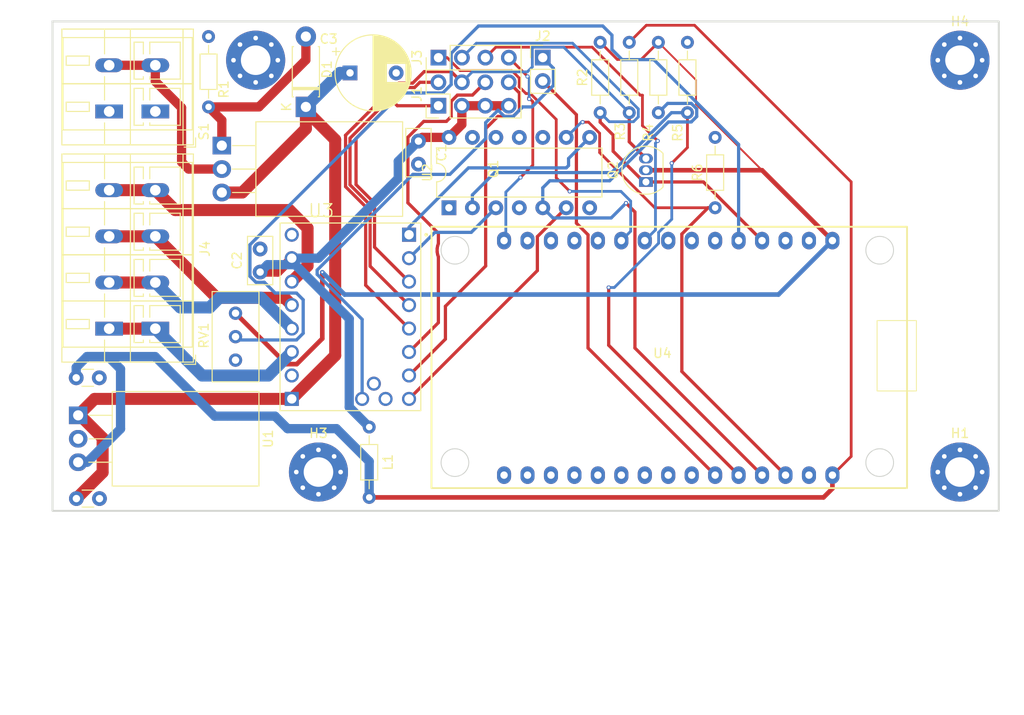
<source format=kicad_pcb>
(kicad_pcb (version 20240108) (generator "pcbnew") (generator_version "8.0")
  (layers (0 "F.Cu" signal) (1 "In1.Cu" power) (2 "In2.Cu" power) (31 "B.Cu" signal) (34 "B.Paste" user) (35 "F.Paste" user) (36 "B.SilkS" user "B.Silkscreen") (37 "F.SilkS" user "F.Silkscreen") (38 "B.Mask" user) (39 "F.Mask" user) (44 "Edge.Cuts" user))
  (net 0 "")
  (net 1 "GND")
  (net 2 "DRV_5V")
  (net 3 "Net-(D1-A)")
  (net 4 "+24V")
  (net 5 "/DRIVER_CS")
  (net 6 "/DRIVER_SCK")
  (net 7 "/DRIVER_MISO")
  (net 8 "/DRIVER_MOSI")
  (net 9 "/DRIVER_SLP")
  (net 10 "/DRIVER_DIAG")
  (net 11 "/MCU_STOP")
  (net 12 "/MOT_B2")
  (net 13 "/MOT_A1")
  (net 14 "/MOT_A2")
  (net 15 "/MOT_B1")
  (net 16 "+5V")
  (net 17 "Net-(Q1-D)")
  (net 18 "+3.3V")
  (net 19 "/SPI_CS")
  (net 20 "/MCU_EN")
  (net 21 "/MCU_STEP")
  (net 22 "/MCU_DIR")
  (net 23 "/MCU_POT")
  (net 25 "/DRIVER_EN")
  (net 27 "/DRIVER_STEP")
  (net 28 "/DRIVER_DIR")
  (net 43 "/SPI_MOSI")
  (net 44 "/SPI_MISO")
  (net 47 "/SPI_CLK")
  (footprint "Resistor_THT:R_Axial_DIN0204_L3.6mm_D1.6mm_P7.62mm_Horizontal" (layer "F.Cu") (at 201.925 60.696 90)
    (property "Reference" "R2")
    (property "Value" "10K")
  )
  (footprint "MountingHole:MountingHole_3.2mm_M3_Pad_Via" (layer "F.Cu") (at 171.41554 99.614187)
    (property "Reference" "H3")
    (property "Value" "MountingHole_Pad")
  )
  (footprint "Capacitor_THT:C_Disc_D5.0mm_W2.5mm_P2.50mm" (layer "F.Cu") (at 165.1 77.958 90)
    (property "Reference" "C2")
    (property "Value" "C")
  )
  (footprint "Package_TO_SOT_THT:TO-220-3_Horizontal_TabDown" (layer "F.Cu") (at 145.392 93.472 -90)
    (property "Reference" "U1")
    (property "Value" "L7805")
  )
  (footprint "TerminalBlock_WAGO:TerminalBlock_WAGO_236-404_1x04_P5.00mm_45Degree" (layer "F.Cu") (at 148.749 84.088 90)
    (property "Reference" "J4")
    (property "Value" "Screw_Terminal_01x04")
  )
  (footprint "Resistor_THT:R_Axial_DIN0204_L3.6mm_D1.6mm_P7.62mm_Horizontal" (layer "F.Cu") (at 211.375 60.696 90)
    (property "Reference" "R5")
    (property "Value" "1K")
  )
  (footprint "MountingHole:MountingHole_3.2mm_M3_Pad_Via" (layer "F.Cu") (at 240.88954 55.014187)
    (property "Reference" "H4")
    (property "Value" "MountingHole_Pad")
  )
  (footprint "Package_TO_SOT_THT:TO-220-3_Horizontal_TabDown" (layer "F.Cu") (at 160.95 64.262 -90)
    (property "Reference" "Q1")
    (property "Value" "IRF5305-Reverse-Polarity")
  )
  (footprint "TerminalBlock_WAGO:TerminalBlock_WAGO_236-402_1x02_P5.00mm_45Degree" (layer "F.Cu") (at 148.749 60.562 90)
    (property "Reference" "S1")
    (property "Value" "Generic-Switch")
  )
  (footprint "Package_DIP:DIP-14_W7.62mm" (layer "F.Cu") (at 185.547 70.993 90)
    (property "Reference" "U2")
    (property "Value" "74LS125")
  )
  (footprint "privateParts:ESP32_30pin" (layer "F.Cu") (at 209.056187 87.02146)
    (property "Reference" "U4")
    (property "Value" "~")
    (fp_circle (center -22.86 -11.43) (end -21.36 -11.43) (stroke (width 0.1)) (fill none) (layer "Edge.Cuts"))
    (fp_circle (center -22.86 11.57) (end -21.36 11.57) (stroke (width 0.1)) (fill none) (layer "Edge.Cuts"))
    (fp_circle (center 23.14 -11.43) (end 24.64 -11.43) (stroke (width 0.1)) (fill none) (layer "Edge.Cuts"))
    (fp_circle (center 23.14 11.57) (end 24.64 11.57) (stroke (width 0.1)) (fill none) (layer "Edge.Cuts"))
  )
  (footprint "Capacitor_THT:C_Disc_D5.0mm_W2.5mm_P2.50mm" (layer "F.Cu") (at 182.245 63.774 -90)
    (property "Reference" "C1")
    (property "Value" "C")
  )
  (footprint "Resistor_THT:R_Axial_DIN0204_L3.6mm_D1.6mm_P7.62mm_Horizontal" (layer "F.Cu") (at 214.376 70.993 90)
    (property "Reference" "R6")
    (property "Value" "1K")
  )
  (footprint "Connector_PinHeader_2.54mm:PinHeader_1x04_P2.54mm_Vertical" (layer "F.Cu") (at 184.414 54.737 90)
    (property "Reference" "J3")
    (property "Value" "Conn_01x04_Pin")
  )
  (footprint "Capacitor_THT:C_Disc_D3.0mm_W1.6mm_P2.50mm" (layer "F.Cu") (at 145.201 102.489)
    (property "Reference" "Murata-Ceramic-Capacitor-50v1-22uF1" (hide yes))
    (property "Value" "C")
  )
  (footprint "Connector_PinHeader_2.54mm:PinHeader_1x02_P2.54mm_Vertical" (layer "F.Cu") (at 195.707 54.732)
    (property "Reference" "J2")
    (property "Value" "Conn_01x02_Pin")
  )
  (footprint "Capacitor_THT:C_Disc_D3.0mm_W1.6mm_P2.50mm" (layer "F.Cu") (at 145.181 89.408)
    (property "Reference" "Murata-Ceramic-Capacitor-50v1-22uF2" (hide yes))
    (property "Value" "C")
  )
  (footprint "Capacitor_THT:CP_Radial_D8.0mm_P5.00mm" (layer "F.Cu") (at 174.832 56.388)
    (property "Reference" "C3")
    (property "Value" "C_Polarized")
  )
  (footprint "MountingHole:MountingHole_3.2mm_M3_Pad_Via" (layer "F.Cu") (at 164.61554 55.014187)
    (property "Reference" "H2" (hide yes))
    (property "Value" "MountingHole_Pad")
  )
  (footprint "MountingHole:MountingHole_3.2mm_M3_Pad_Via" (layer "F.Cu") (at 240.88954 99.614187)
    (property "Reference" "H1")
    (property "Value" "MountingHole_Pad")
  )
  (footprint "Resistor_THT:R_Axial_DIN0204_L3.6mm_D1.6mm_P7.62mm_Horizontal" (layer "F.Cu") (at 159.512 60.071 90)
    (property "Reference" "R1")
    (property "Value" "100K")
  )
  (footprint "Resistor_THT:R_Axial_DIN0204_L3.6mm_D1.6mm_P7.62mm_Horizontal" (layer "F.Cu") (at 205.075 60.696 90)
    (property "Reference" "R3")
    (property "Value" "10K")
  )
  (footprint "Diode_THT:D_DO-41_SOD81_P7.62mm_Horizontal" (layer "F.Cu") (at 170.053 60.071 90)
    (property "Reference" "D1")
    (property "Value" "D_Zener-10V")
  )
  (footprint "Resistor_THT:R_Axial_DIN0204_L3.6mm_D1.6mm_P7.62mm_Horizontal" (layer "F.Cu") (at 208.225 60.696 90)
    (property "Reference" "R4")
    (property "Value" "1K")
  )
  (footprint "Resistor_THT:R_Axial_DIN0204_L3.6mm_D1.6mm_P7.62mm_Horizontal" (layer "F.Cu") (at 176.911 102.362 90)
    (property "Reference" "L1")
    (property "Value" "L")
  )
  (footprint "Package_TO_SOT_THT:TO-92_Inline" (layer "F.Cu") (at 206.883 68.199 90)
    (property "Reference" "Q2")
    (property "Value" "2N7000")
  )
  (footprint "Potentiometer_THT:Potentiometer_Bourns_3296W_Vertical" (layer "F.Cu") (at 162.433 82.413 90)
    (property "Reference" "RV1")
    (property "Value" "R_Potentiometer_Trim_US")
  )
  (footprint "Connector_PinHeader_2.54mm:PinHeader_2x04_P2.54mm_Vertical" (layer "F.Cu") (at 184.404 59.944 90)
    (property "Reference" "J1")
    (property "Value" "Conn_02x04_Odd_Even")
  )
  (footprint "privateParts:MODULE_TMC5160_SILENTSTEPSTICK" (layer "F.Cu") (at 174.8755 82.804)
    (property "Reference" "U3")
    (property "Value" "~")
  )
  (gr_rect (start 142.61554 50.814187) (end 245.08954 103.814187) (stroke (width 0.2)) (fill none) (layer "Edge.Cuts"))
  (segment (start 186.944 61.976) (end 186.944 59.944) (width 1) (layer "F.Cu") (net 2))
  (segment (start 185.547 63.373) (end 182.646 63.373) (width 1) (layer "F.Cu") (net 2))
  (segment (start 182.646 63.373) (end 182.245 63.774) (width 1) (layer "F.Cu") (net 2))
  (segment (start 185.547 63.373) (end 186.944 61.976) (width 1) (layer "F.Cu") (net 2))
  (segment (start 167.0215 77.958) (end 168.5255 76.454) (width 1) (layer "F.Cu") (net 2))
  (segment (start 165.1 77.958) (end 167.0215 77.958) (width 1) (layer "F.Cu") (net 2))
  (segment (start 186.944 59.944) (end 192.024 59.944) (width 1) (layer "F.Cu") (net 2))
  (segment (start 174.750293 83.009791) (end 174.750293 92.581293) (width 1) (layer "B.Cu") (net 2))
  (segment (start 171.422823 76.454) (end 168.5255 76.454) (width 1) (layer "B.Cu") (net 2))
  (segment (start 165.899999 77.158001) (end 168.898503 77.158001) (width 1) (layer "B.Cu") (net 2))
  (segment (start 165.1 77.958) (end 165.899999 77.158001) (width 1) (layer "B.Cu") (net 2))
  (segment (start 174.750293 92.581293) (end 176.911 94.742) (width 1) (layer "B.Cu") (net 2))
  (segment (start 180.06 65.959) (end 180.06 67.816823) (width 1) (layer "B.Cu") (net 2))
  (segment (start 180.06 67.816823) (end 171.422823 76.454) (width 1) (layer "B.Cu") (net 2))
  (segment (start 168.898503 77.158001) (end 174.750293 83.009791) (width 1) (layer "B.Cu") (net 2))
  (segment (start 182.245 63.774) (end 180.06 65.959) (width 1) (layer "B.Cu") (net 2))
  (segment (start 170.053 54.986094) (end 164.968094 60.071) (width 1) (layer "F.Cu") (net 3))
  (segment (start 170.053 52.451) (end 170.053 54.986094) (width 1) (layer "F.Cu") (net 3))
  (segment (start 164.968094 60.071) (end 159.512 60.071) (width 1) (layer "F.Cu") (net 3))
  (segment (start 160.95 64.262) (end 160.95 61.509) (width 1) (layer "F.Cu") (net 3))
  (segment (start 160.95 61.509) (end 159.512 60.071) (width 1) (layer "F.Cu") (net 3))
  (segment (start 160.95 69.342) (end 163.155 69.342) (width 1.3) (layer "F.Cu") (net 4))
  (segment (start 170.053 60.452) (end 170.053 60.071) (width 1.3) (layer "F.Cu") (net 4))
  (segment (start 168.5255 91.694) (end 173.228 86.9915) (width 1.3) (layer "F.Cu") (net 4))
  (segment (start 147.17 91.694) (end 168.5255 91.694) (width 1.3) (layer "F.Cu") (net 4))
  (segment (start 148.042 99.648) (end 148.042 95.923959) (width 1.3) (layer "F.Cu") (net 4))
  (segment (start 148.042 95.923959) (end 145.590041 93.472) (width 1.3) (layer "F.Cu") (net 4))
  (segment (start 145.590041 93.472) (end 145.392 93.472) (width 1.3) (layer "F.Cu") (net 4))
  (segment (start 170.053 62.444) (end 170.053 60.071) (width 1.3) (layer "F.Cu") (net 4))
  (segment (start 173.228 63.627) (end 170.053 60.452) (width 1.3) (layer "F.Cu") (net 4))
  (segment (start 145.392 93.472) (end 147.17 91.694) (width 1.3) (layer "F.Cu") (net 4))
  (segment (start 145.201 102.489) (end 148.042 99.648) (width 1.3) (layer "F.Cu") (net 4))
  (segment (start 173.228 86.9915) (end 173.228 63.627) (width 1.3) (layer "F.Cu") (net 4))
  (segment (start 163.155 69.342) (end 170.053 62.444) (width 1.3) (layer "F.Cu") (net 4))
  (segment (start 173.736 56.388) (end 170.053 60.071) (width 1.3) (layer "B.Cu") (net 4))
  (segment (start 174.832 56.388) (end 173.736 56.388) (width 1.3) (layer "B.Cu") (net 4))
  (segment (start 205.075 60.696) (end 205.075 63.851) (width 0.34925) (layer "F.Cu") (net 5))
  (segment (start 174.352625 68.709298) (end 174.352625 63.161165) (width 0.34925) (layer "F.Cu") (net 5))
  (segment (start 178.308 59.309) (end 180.124375 57.492625) (width 0.34925) (layer "F.Cu") (net 5))
  (segment (start 178.181 59.309) (end 178.308 59.309) (width 0.34925) (layer "F.Cu") (net 5))
  (segment (start 176.53 70.886673) (end 174.352625 68.709298) (width 0.34925) (layer "F.Cu") (net 5))
  (segment (start 181.2255 84.074) (end 176.53 79.3785) (width 0.34925) (layer "F.Cu") (net 5))
  (segment (start 185.789375 56.249375) (end 186.944 57.404) (width 0.34925) (layer "F.Cu") (net 5))
  (segment (start 181.625125 57.492625) (end 182.868375 56.249375) (width 0.34925) (layer "F.Cu") (net 5))
  (segment (start 176.53 79.3785) (end 176.53 70.886673) (width 0.34925) (layer "F.Cu") (net 5))
  (segment (start 174.34073 63.14927) (end 178.181 59.309) (width 0.34925) (layer "F.Cu") (net 5))
  (segment (start 174.352625 63.161165) (end 174.34073 63.14927) (width 0.34925) (layer "F.Cu") (net 5))
  (segment (start 205.075 63.851) (end 206.883 65.659) (width 0.34925) (layer "F.Cu") (net 5))
  (segment (start 180.124375 57.492625) (end 181.625125 57.492625) (width 0.34925) (layer "F.Cu") (net 5))
  (segment (start 182.868375 56.249375) (end 185.789375 56.249375) (width 0.34925) (layer "F.Cu") (net 5))
  (segment (start 194.577 53.602) (end 194.577 55.74) (width 0.3) (layer "B.Cu") (net 5))
  (segment (start 194.043 56.274) (end 188.074 56.274) (width 0.3) (layer "B.Cu") (net 5))
  (segment (start 188.074 56.274) (end 186.944 57.404) (width 0.3) (layer "B.Cu") (net 5))
  (segment (start 197.981 53.602) (end 194.577 53.602) (width 0.3) (layer "B.Cu") (net 5))
  (segment (start 205.075 60.696) (end 197.981 53.602) (width 0.3) (layer "B.Cu") (net 5))
  (segment (start 194.577 55.74) (end 194.043 56.274) (width 0.3) (layer "B.Cu") (net 5))
  (segment (start 181.102 63.354824) (end 182.814111 61.642713) (width 0.34925) (layer "F.Cu") (net 6))
  (segment (start 181.2255 86.614) (end 184.404 83.4355) (width 0.34925) (layer "F.Cu") (net 6))
  (segment (start 185.789375 61.122262) (end 185.789375 59.465738) (width 0.34925) (layer "F.Cu") (net 6))
  (segment (start 184.321688 75.116777) (end 184.404 74.877009) (width 0.34925) (layer "F.Cu") (net 6))
  (segment (start 181.102 70.457875) (end 181.102 63.354824) (width 0.34925) (layer "F.Cu") (net 6))
  (segment (start 184.404 83.4355) (end 184.404 76.305911) (width 0.34925) (layer "F.Cu") (net 6))
  (segment (start 188.098625 58.789375) (end 189.484 57.404) (width 0.34925) (layer "F.Cu") (net 6))
  (segment (start 182.814111 61.642713) (end 185.268924 61.642713) (width 0.34925) (layer "F.Cu") (net 6))
  (segment (start 184.321688 76.066143) (end 184.269124 75.751144) (width 0.34925) (layer "F.Cu") (net 6))
  (segment (start 185.268924 61.642713) (end 185.789375 61.122262) (width 0.34925) (layer "F.Cu") (net 6))
  (segment (start 184.404 74.877009) (end 184.404 73.759875) (width 0.34925) (layer "F.Cu") (net 6))
  (segment (start 184.269124 75.431776) (end 184.321688 75.116777) (width 0.34925) (layer "F.Cu") (net 6))
  (segment (start 184.269124 75.751144) (end 184.269124 75.431776) (width 0.34925) (layer "F.Cu") (net 6))
  (segment (start 185.789375 59.465738) (end 186.465738 58.789375) (width 0.34925) (layer "F.Cu") (net 6))
  (segment (start 186.465738 58.789375) (end 188.098625 58.789375) (width 0.34925) (layer "F.Cu") (net 6))
  (segment (start 184.404 73.759875) (end 181.102 70.457875) (width 0.34925) (layer "F.Cu") (net 6))
  (segment (start 184.404 76.305911) (end 184.321688 76.066143) (width 0.34925) (layer "F.Cu") (net 6))
  (segment (start 182.391512 57.404) (end 184.404 57.404) (width 0.34925) (layer "F.Cu") (net 7))
  (segment (start 181.823637 57.971875) (end 182.391512 57.404) (width 0.34925) (layer "F.Cu") (net 7))
  (segment (start 174.831875 63.462887) (end 180.322887 57.971875) (width 0.34925) (layer "F.Cu") (net 7))
  (segment (start 181.2255 81.534) (end 177.00925 77.31775) (width 0.34925) (layer "F.Cu") (net 7))
  (segment (start 174.831875 68.510786) (end 174.831875 63.462887) (width 0.34925) (layer "F.Cu") (net 7))
  (segment (start 177.00925 77.31775) (end 177.00925 70.688161) (width 0.34925) (layer "F.Cu") (net 7))
  (segment (start 180.322887 57.971875) (end 181.823637 57.971875) (width 0.34925) (layer "F.Cu") (net 7))
  (segment (start 177.00925 70.688161) (end 174.831875 68.510786) (width 0.34925) (layer "F.Cu") (net 7))
  (segment (start 193.178625 60.422262) (end 193.178625 58.558625) (width 0.34925) (layer "F.Cu") (net 8))
  (segment (start 189.522375 62.421988) (end 190.845738 61.098625) (width 0.34925) (layer "F.Cu") (net 8))
  (segment (start 189.522375 77.304625) (end 189.522375 62.421988) (width 0.34925) (layer "F.Cu") (net 8))
  (segment (start 185.166 85.2135) (end 185.166 81.661) (width 0.34925) (layer "F.Cu") (net 8))
  (segment (start 193.178625 58.558625) (end 192.024 57.404) (width 0.34925) (layer "F.Cu") (net 8))
  (segment (start 185.166 81.661) (end 189.522375 77.304625) (width 0.34925) (layer "F.Cu") (net 8))
  (segment (start 181.2255 89.154) (end 185.166 85.2135) (width 0.34925) (layer "F.Cu") (net 8))
  (segment (start 190.845738 61.098625) (end 192.502262 61.098625) (width 0.34925) (layer "F.Cu") (net 8))
  (segment (start 192.502262 61.098625) (end 193.178625 60.422262) (width 0.34925) (layer "F.Cu") (net 8))
  (segment (start 175.485375 68.486524) (end 175.485375 63.487149) (width 0.34925) (layer "F.Cu") (net 9))
  (segment (start 179.959 59.944) (end 184.404 59.944) (width 0.34925) (layer "F.Cu") (net 9))
  (segment (start 177.4885 70.489649) (end 175.485375 68.486524) (width 0.34925) (layer "F.Cu") (net 9))
  (segment (start 179.493762 59.478762) (end 179.959 59.944) (width 0.34925) (layer "F.Cu") (net 9))
  (segment (start 177.4885 75.257) (end 177.4885 70.489649) (width 0.34925) (layer "F.Cu") (net 9))
  (segment (start 181.2255 78.994) (end 177.4885 75.257) (width 0.34925) (layer "F.Cu") (net 9))
  (segment (start 175.485375 63.487149) (end 179.493762 59.478762) (width 0.34925) (layer "F.Cu") (net 9))
  (segment (start 171.276375 77.73836) (end 181.63611 67.378625) (width 0.34925) (layer "B.Cu") (net 10))
  (segment (start 194.540887 60.071) (end 196.861625 57.750262) (width 0.34925) (layer "B.Cu") (net 10))
  (segment (start 189.522375 63.499801) (end 189.522375 61.769262) (width 0.34925) (layer "B.Cu") (net 10))
  (segment (start 193.529887 60.071) (end 194.540887 60.071) (width 0.34925) (layer "B.Cu") (net 10))
  (segment (start 192.502262 61.098625) (end 193.529887 60.071) (width 0.34925) (layer "B.Cu") (net 10))
  (segment (start 176.1455 91.694) (end 176.1455 83.076858) (width 0.34925) (layer "B.Cu") (net 10))
  (segment (start 171.276375 78.207733) (end 171.276375 77.73836) (width 0.34925) (layer "B.Cu") (net 10))
  (segment (start 196.861625 57.750262) (end 196.861625 55.886625) (width 0.34925) (layer "B.Cu") (net 10))
  (segment (start 185.643551 67.378625) (end 189.522375 63.499801) (width 0.34925) (layer "B.Cu") (net 10))
  (segment (start 181.63611 67.378625) (end 185.643551 67.378625) (width 0.34925) (layer "B.Cu") (net 10))
  (segment (start 191.545738 61.098625) (end 192.502262 61.098625) (width 0.34925) (layer "B.Cu") (net 10))
  (segment (start 196.861625 55.886625) (end 195.707 54.732) (width 0.34925) (layer "B.Cu") (net 10))
  (segment (start 176.1455 83.076858) (end 171.276375 78.207733) (width 0.34925) (layer "B.Cu") (net 10))
  (segment (start 190.869375 60.422262) (end 191.545738 61.098625) (width 0.34925) (layer "B.Cu") (net 10))
  (segment (start 189.522375 61.769262) (end 190.869375 60.422262) (width 0.34925) (layer "B.Cu") (net 10))
  (segment (start 199.351625 60.916625) (end 199.351625 72.661439) (width 0.34925) (layer "F.Cu") (net 11))
  (segment (start 199.351625 72.661439) (end 200.609375 73.919189) (width 0.34925) (layer "F.Cu") (net 11))
  (segment (start 200.609375 86.182375) (end 214.376 99.949) (width 0.34925) (layer "F.Cu") (net 11))
  (segment (start 200.609375 73.919189) (end 200.609375 86.182375) (width 0.34925) (layer "F.Cu") (net 11))
  (segment (start 195.707 57.272) (end 199.351625 60.916625) (width 0.34925) (layer "F.Cu") (net 11))
  (segment (start 148.749 79.088) (end 153.749 79.088) (width 1.3) (layer "F.Cu") (net 12))
  (segment (start 159.639 81.788) (end 156.449 81.788) (width 1.3) (layer "B.Cu") (net 12))
  (segment (start 165.1945 80.743) (end 160.684 80.743) (width 1.3) (layer "B.Cu") (net 12))
  (segment (start 168.5255 84.074) (end 165.1945 80.743) (width 1.3) (layer "B.Cu") (net 12))
  (segment (start 156.449 81.788) (end 153.749 79.088) (width 1.3) (layer "B.Cu") (net 12))
  (segment (start 160.684 80.743) (end 159.639 81.788) (width 1.3) (layer "B.Cu") (net 12))
  (segment (start 170.2375 77.282) (end 170.2375 73.204866) (width 1.3) (layer "F.Cu") (net 13))
  (segment (start 148.749 69.088) (end 153.749 69.088) (width 1.3) (layer "F.Cu") (net 13))
  (segment (start 168.277134 71.2445) (end 155.9055 71.2445) (width 1.3) (layer "F.Cu") (net 13))
  (segment (start 155.9055 71.2445) (end 153.749 69.088) (width 1.3) (layer "F.Cu") (net 13))
  (segment (start 168.5255 78.994) (end 170.2375 77.282) (width 1.3) (layer "F.Cu") (net 13))
  (segment (start 170.2375 73.204866) (end 168.277134 71.2445) (width 1.3) (layer "F.Cu") (net 13))
  (segment (start 160.404 80.743) (end 153.749 74.088) (width 1.3) (layer "F.Cu") (net 14))
  (segment (start 148.749 74.088) (end 153.749 74.088) (width 1.3) (layer "F.Cu") (net 14))
  (segment (start 167.7345 80.743) (end 160.404 80.743) (width 1.3) (layer "F.Cu") (net 14))
  (segment (start 168.5255 81.534) (end 167.7345 80.743) (width 1.3) (layer "F.Cu") (net 14))
  (segment (start 148.749 84.088) (end 153.749 84.088) (width 1.3) (layer "F.Cu") (net 15))
  (segment (start 165.9765 89.163) (end 158.824 89.163) (width 1.3) (layer "B.Cu") (net 15))
  (segment (start 168.5255 86.614) (end 165.9765 89.163) (width 1.3) (layer "B.Cu") (net 15))
  (segment (start 158.824 89.163) (end 153.749 84.088) (width 1.3) (layer "B.Cu") (net 15))
  (segment (start 206.925 51.226) (end 212.141296 51.226) (width 0.3) (layer "F.Cu") (net 16))
  (segment (start 212.141296 51.226) (end 229.108 68.192704) (width 0.3) (layer "F.Cu") (net 16))
  (segment (start 229.108 68.192704) (end 229.108 97.917) (width 0.3) (layer "F.Cu") (net 16))
  (segment (start 227.076 101.399) (end 226.113 102.362) (width 0.5) (layer "F.Cu") (net 16))
  (segment (start 226.113 102.362) (end 176.911 102.362) (width 0.5) (layer "F.Cu") (net 16))
  (segment (start 227.076 99.949) (end 227.076 101.399) (width 0.5) (layer "F.Cu") (net 16))
  (segment (start 205.075 53.076) (end 206.925 51.226) (width 0.3) (layer "F.Cu") (net 16))
  (segment (start 229.108 97.917) (end 227.076 99.949) (width 0.3) (layer "F.Cu") (net 16))
  (segment (start 173.362344 94.914187) (end 176.911 98.462843) (width 1) (layer "B.Cu") (net 16))
  (segment (start 146.367859 98.552) (end 149.981 94.938859) (width 1) (layer "B.Cu") (net 16))
  (segment (start 148.633692 87.108) (end 146.34963 87.108) (width 1) (layer "B.Cu") (net 16))
  (segment (start 145.181 88.27663) (end 146.34963 87.108) (width 1) (layer "B.Cu") (net 16))
  (segment (start 166.714 93.562) (end 168.066187 94.914187) (width 1) (layer "B.Cu") (net 16))
  (segment (start 149.981 94.938859) (end 149.981 88.455308) (width 1) (layer "B.Cu") (net 16))
  (segment (start 149.981 88.455308) (end 148.633692 87.108) (width 1) (layer "B.Cu") (net 16))
  (segment (start 153.72844 87.108) (end 160.18244 93.562) (width 1) (layer "B.Cu") (net 16))
  (segment (start 145.392 98.552) (end 146.367859 98.552) (width 1) (layer "B.Cu") (net 16))
  (segment (start 176.911 98.462843) (end 176.911 102.362) (width 1) (layer "B.Cu") (net 16))
  (segment (start 145.181 89.408) (end 145.181 88.27663) (width 1) (layer "B.Cu") (net 16))
  (segment (start 160.18244 93.562) (end 166.714 93.562) (width 1) (layer "B.Cu") (net 16))
  (segment (start 146.34963 87.108) (end 153.72844 87.108) (width 1) (layer "B.Cu") (net 16))
  (segment (start 168.066187 94.914187) (end 173.362344 94.914187) (width 1) (layer "B.Cu") (net 16))
  (segment (start 156.591 60.154) (end 156.591 66.04) (width 1) (layer "F.Cu") (net 17))
  (segment (start 148.749 55.562) (end 153.749 55.562) (width 1) (layer "F.Cu") (net 17))
  (segment (start 153.749 57.312) (end 156.591 60.154) (width 1) (layer "F.Cu") (net 17))
  (segment (start 153.749 55.562) (end 153.749 57.312) (width 1) (layer "F.Cu") (net 17))
  (segment (start 156.591 66.04) (end 157.353 66.802) (width 1) (layer "F.Cu") (net 17))
  (segment (start 157.353 66.802) (end 160.95 66.802) (width 1) (layer "F.Cu") (net 17))
  (segment (start 162.433 82.413) (end 167.946 87.926) (width 0.5) (layer "F.Cu") (net 18))
  (segment (start 212.305 57.156) (end 212.305 59.778) (width 0.2) (layer "F.Cu") (net 18))
  (segment (start 203.775 54.926) (end 206.375 54.926) (width 0.3) (layer "F.Cu") (net 18))
  (segment (start 171.831 85.163949) (end 171.831 77.978) (width 0.5) (layer "F.Cu") (net 18))
  (segment (start 169.068949 87.926) (end 171.831 85.163949) (width 0.5) (layer "F.Cu") (net 18))
  (segment (start 227.076 74.549) (end 219.456 66.929) (width 0.5) (layer "F.Cu") (net 18))
  (segment (start 206.375 54.926) (end 208.225 53.076) (width 0.3) (layer "F.Cu") (net 18))
  (segment (start 167.946 87.926) (end 169.068949 87.926) (width 0.5) (layer "F.Cu") (net 18))
  (segment (start 201.925 53.076) (end 203.775 54.926) (width 0.3) (layer "F.Cu") (net 18))
  (segment (start 219.456 66.929) (end 206.883 66.929) (width 0.5) (layer "F.Cu") (net 18))
  (segment (start 212.305 59.778) (end 219.456 66.929) (width 0.2) (layer "F.Cu") (net 18))
  (segment (start 208.225 53.076) (end 212.305 57.156) (width 0.2) (layer "F.Cu") (net 18))
  (via (at 171.831 77.978) (size 0.45) (drill 0.2) (layers "F.Cu" "B.Cu") (net 18))
  (segment (start 221.234 80.391) (end 227.076 74.549) (width 0.5) (layer "B.Cu") (net 18))
  (segment (start 171.831 77.978) (end 174.244 80.391) (width 0.5) (layer "B.Cu") (net 18))
  (segment (start 174.244 80.391) (end 221.234 80.391) (width 0.5) (layer "B.Cu") (net 18))
  (segment (start 206.658 68.199) (end 206.883 68.199) (width 0.34925) (layer "F.Cu") (net 19))
  (segment (start 219.456 74.549) (end 213.106 68.199) (width 0.34925) (layer "F.Cu") (net 19))
  (segment (start 213.106 68.199) (end 206.883 68.199) (width 0.34925) (layer "F.Cu") (net 19))
  (segment (start 203.327 64.868) (end 206.658 68.199) (width 0.34925) (layer "F.Cu") (net 19))
  (segment (start 203.327 63.119) (end 203.327 64.868) (width 0.34925) (layer "F.Cu") (net 19))
  (segment (start 201.925 60.696) (end 201.925 61.717) (width 0.34925) (layer "F.Cu") (net 19))
  (segment (start 201.925 61.717) (end 203.327 63.119) (width 0.34925) (layer "F.Cu") (net 19))
  (segment (start 202.905 61.676) (end 201.925 60.696) (width 0.3) (layer "B.Cu") (net 19))
  (segment (start 188.519 53.172) (end 198.93693 53.172) (width 0.3) (layer "B.Cu") (net 19))
  (segment (start 205.532 61.676) (end 202.905 61.676) (width 0.3) (layer "B.Cu") (net 19))
  (segment (start 206.055 60.29007) (end 206.055 61.153) (width 0.3) (layer "B.Cu") (net 19))
  (segment (start 186.954 54.737) (end 188.519 53.172) (width 0.3) (layer "B.Cu") (net 19))
  (segment (start 206.055 61.153) (end 205.532 61.676) (width 0.3) (layer "B.Cu") (net 19))
  (segment (start 198.93693 53.172) (end 206.055 60.29007) (width 0.3) (layer "B.Cu") (net 19))
  (segment (start 205.689375 71.450375) (end 205.689375 86.182375) (width 0.34925) (layer "F.Cu") (net 20))
  (segment (start 204.724 70.485) (end 205.689375 71.450375) (width 0.34925) (layer "F.Cu") (net 20))
  (segment (start 205.689375 86.182375) (end 219.456 99.949) (width 0.34925) (layer "F.Cu") (net 20))
  (via (at 204.724 70.485) (size 0.45) (drill 0.25) (layers "F.Cu" "B.Cu") (net 20))
  (segment (start 196.469 68.072) (end 195.707 68.834) (width 0.34925) (layer "B.Cu") (net 20))
  (segment (start 208.225 60.696) (end 209.229625 59.691375) (width 0.34925) (layer "B.Cu") (net 20))
  (segment (start 195.707 68.834) (end 195.707 70.993) (width 0.34925) (layer "B.Cu") (net 20))
  (segment (start 211.79113 59.691375) (end 212.379625 60.27987) (width 0.34925) (layer "B.Cu") (net 20))
  (segment (start 212.379625 60.27987) (end 212.379625 61.11213) (width 0.34925) (layer "B.Cu") (net 20))
  (segment (start 202.947517 68.072) (end 196.469 68.072) (width 0.34925) (layer "B.Cu") (net 20))
  (segment (start 203.111375 72.097625) (end 196.811625 72.097625) (width 0.34925) (layer "B.Cu") (net 20))
  (segment (start 196.811625 72.097625) (end 195.707 70.993) (width 0.34925) (layer "B.Cu") (net 20))
  (segment (start 204.724 70.485) (end 203.111375 72.097625) (width 0.34925) (layer "B.Cu") (net 20))
  (segment (start 211.79113 61.700625) (end 209.318892 61.700625) (width 0.34925) (layer "B.Cu") (net 20))
  (segment (start 212.379625 61.11213) (end 211.79113 61.700625) (width 0.34925) (layer "B.Cu") (net 20))
  (segment (start 209.229625 59.691375) (end 211.79113 59.691375) (width 0.34925) (layer "B.Cu") (net 20))
  (segment (start 209.318892 61.700625) (end 202.947517 68.072) (width 0.34925) (layer "B.Cu") (net 20))
  (segment (start 211.375 60.696) (end 211.375 64.469) (width 0.3) (layer "F.Cu") (net 21))
  (segment (start 211.375 64.469) (end 209.677 66.167) (width 0.3) (layer "F.Cu") (net 21))
  (segment (start 202.84775 85.88075) (end 202.84775 79.629) (width 0.34925) (layer "F.Cu") (net 21))
  (segment (start 216.916 99.949) (end 202.84775 85.88075) (width 0.34925) (layer "F.Cu") (net 21))
  (via (at 209.677 66.167) (size 0.45) (drill 0.25) (layers "F.Cu" "B.Cu") (net 21))
  (via (at 202.84775 79.629) (size 0.45) (drill 0.25) (layers "F.Cu" "B.Cu") (net 21))
  (segment (start 209.677 72.236112) (end 208.254 73.659112) (width 0.3) (layer "B.Cu") (net 21))
  (segment (start 209.645755 60.696) (end 203.158755 67.183) (width 0.34925) (layer "B.Cu") (net 21))
  (segment (start 211.375 60.696) (end 209.645755 60.696) (width 0.34925) (layer "B.Cu") (net 21))
  (segment (start 208.254 74.829) (end 203.454 79.629) (width 0.3) (layer "B.Cu") (net 21))
  (segment (start 190.5 67.183) (end 188.087 69.596) (width 0.34925) (layer "B.Cu") (net 21))
  (segment (start 203.454 79.629) (end 202.84775 79.629) (width 0.3) (layer "B.Cu") (net 21))
  (segment (start 209.677 66.167) (end 209.677 72.236112) (width 0.3) (layer "B.Cu") (net 21))
  (segment (start 203.158755 67.183) (end 190.5 67.183) (width 0.34925) (layer "B.Cu") (net 21))
  (segment (start 188.087 69.596) (end 188.087 70.993) (width 0.34925) (layer "B.Cu") (net 21))
  (segment (start 208.254 73.659112) (end 208.254 74.829) (width 0.3) (layer "B.Cu") (net 21))
  (segment (start 201.867 62.925649) (end 200.663351 61.722) (width 0.3) (layer "F.Cu") (net 22))
  (segment (start 210.769375 88.722375) (end 210.769375 73.837625) (width 0.34925) (layer "F.Cu") (net 22))
  (segment (start 221.996 99.949) (end 210.769375 88.722375) (width 0.34925) (layer "F.Cu") (net 22))
  (segment (start 210.769375 73.837625) (end 213.614 70.993) (width 0.34925) (layer "F.Cu") (net 22))
  (segment (start 213.614 70.993) (end 214.376 70.993) (width 0.34925) (layer "F.Cu") (net 22))
  (segment (start 207.842 70.993) (end 201.867 65.018) (width 0.3) (layer "F.Cu") (net 22))
  (segment (start 200.663351 61.722) (end 200.025 61.722) (width 0.3) (layer "F.Cu") (net 22))
  (segment (start 201.867 65.018) (end 201.867 62.925649) (width 0.3) (layer "F.Cu") (net 22))
  (segment (start 214.376 70.993) (end 207.842 70.993) (width 0.3) (layer "F.Cu") (net 22))
  (via (at 200.025 61.722) (size 0.45) (drill 0.25) (layers "F.Cu" "B.Cu") (net 22))
  (segment (start 200.025 61.722) (end 199.898 61.722) (width 0.3) (layer "B.Cu") (net 22))
  (segment (start 199.898 61.722) (end 198.247 63.373) (width 0.3) (layer "B.Cu") (net 22))
  (segment (start 169.762125 84.586227) (end 169.762125 80.955023) (width 0.34925) (layer "B.Cu") (net 23))
  (segment (start 162.790625 85.310625) (end 169.037727 85.310625) (width 0.34925) (layer "B.Cu") (net 23))
  (segment (start 204.298504 54.950625) (end 207.731625 54.950625) (width 0.34925) (layer "B.Cu") (net 23))
  (segment (start 166.725551 80.230625) (end 165.557551 79.062625) (width 0.34925) (layer "B.Cu") (net 23))
  (segment (start 188.750113 51.308) (end 202.208871 51.308) (width 0.34925) (layer "B.Cu") (net 23))
  (segment (start 184.882262 58.558625) (end 185.789375 57.651512) (width 0.34925) (layer "B.Cu") (net 23))
  (segment (start 169.762125 80.955023) (end 169.037727 80.230625) (width 0.34925) (layer "B.Cu") (net 23))
  (segment (start 165.557551 79.062625) (end 164.642449 79.062625) (width 0.34925) (layer "B.Cu") (net 23))
  (segment (start 169.037727 85.310625) (end 169.762125 84.586227) (width 0.34925) (layer "B.Cu") (net 23))
  (segment (start 203.200375 52.299504) (end 203.200375 53.852496) (width 0.34925) (layer "B.Cu") (net 23))
  (segment (start 162.433 84.953) (end 162.790625 85.310625) (width 0.34925) (layer "B.Cu") (net 23))
  (segment (start 180.437199 58.558625) (end 184.882262 58.558625) (width 0.34925) (layer "B.Cu") (net 23))
  (segment (start 185.789375 54.268738) (end 188.750113 51.308) (width 0.34925) (layer "B.Cu") (net 23))
  (segment (start 185.789375 57.651512) (end 185.789375 54.268738) (width 0.34925) (layer "B.Cu") (net 23))
  (segment (start 207.731625 54.950625) (end 216.916 64.135) (width 0.34925) (layer "B.Cu") (net 23))
  (segment (start 202.208871 51.308) (end 203.200375 52.299504) (width 0.34925) (layer "B.Cu") (net 23))
  (segment (start 164.642449 79.062625) (end 163.995375 78.415551) (width 0.34925) (layer "B.Cu") (net 23))
  (segment (start 163.995375 78.415551) (end 163.995375 75.000449) (width 0.34925) (layer "B.Cu") (net 23))
  (segment (start 203.200375 53.852496) (end 204.298504 54.950625) (width 0.34925) (layer "B.Cu") (net 23))
  (segment (start 163.995375 75.000449) (end 180.437199 58.558625) (width 0.34925) (layer "B.Cu") (net 23))
  (segment (start 216.916 64.135) (end 216.916 74.549) (width 0.34925) (layer "B.Cu") (net 23))
  (segment (start 169.037727 80.230625) (end 166.725551 80.230625) (width 0.34925) (layer "B.Cu") (net 23))
  (segment (start 195.122625 77.796875) (end 195.122625 74.117375) (width 0.34925) (layer "F.Cu") (net 25))
  (segment (start 181.2255 91.694) (end 195.122625 77.796875) (width 0.34925) (layer "F.Cu") (net 25))
  (segment (start 195.122625 74.117375) (end 198.247 70.993) (width 0.34925) (layer "F.Cu") (net 25))
  (segment (start 187.962208 73.657792) (end 190.627 70.993) (width 0.34925) (layer "B.Cu") (net 27))
  (segment (start 184.021708 73.657792) (end 187.962208 73.657792) (width 0.34925) (layer "B.Cu") (net 27))
  (segment (start 181.2255 76.454) (end 184.021708 73.657792) (width 0.34925) (layer "B.Cu") (net 27))
  (segment (start 198.247 66.675) (end 198.501 66.421) (width 0.34925) (layer "B.Cu") (net 28))
  (segment (start 198.501 66.421) (end 198.501 65.659) (width 0.34925) (layer "B.Cu") (net 28))
  (segment (start 181.2255 73.914) (end 181.2255 73.10525) (width 0.34925) (layer "B.Cu") (net 28))
  (segment (start 181.2255 73.10525) (end 187.65575 66.675) (width 0.34925) (layer "B.Cu") (net 28))
  (segment (start 187.65575 66.675) (end 198.247 66.675) (width 0.34925) (layer "B.Cu") (net 28))
  (segment (start 198.501 65.659) (end 200.787 63.373) (width 0.34925) (layer "B.Cu") (net 28))
  (segment (start 194.056258 56.759258) (end 192.034 54.737) (width 0.3) (layer "F.Cu") (net 43))
  (segment (start 194.056258 56.778827) (end 194.056258 56.759258) (width 0.3) (layer "F.Cu") (net 43))
  (segment (start 194.183 59.055) (end 194.183 59.161066) (width 0.3) (layer "F.Cu") (net 43))
  (segment (start 194.627 59.499) (end 194.183 59.055) (width 0.3) (layer "F.Cu") (net 43))
  (segment (start 194.183 59.161066) (end 194.236788 59.214854) (width 0.3) (layer "F.Cu") (net 43))
  (segment (start 194.627 66.379625) (end 194.627 59.499) (width 0.3) (layer "F.Cu") (net 43))
  (segment (start 193.294 67.712625) (end 194.627 66.379625) (width 0.3) (layer "F.Cu") (net 43))
  (via (at 194.056258 56.778827) (size 0.45) (drill 0.25) (layers "F.Cu" "B.Cu") (net 43))
  (via (at 194.236788 59.214854) (size 0.45) (drill 0.25) (layers "F.Cu" "B.Cu") (net 43))
  (via (at 193.294 67.712625) (size 0.45) (drill 0.25) (layers "F.Cu" "B.Cu") (net 43))
  (segment (start 191.707 69.299625) (end 193.294 67.712625) (width 0.3) (layer "B.Cu") (net 43))
  (segment (start 194.236788 59.214854) (end 194.236788 56.959357) (width 0.3) (layer "B.Cu") (net 43))
  (segment (start 191.516 74.549) (end 191.707 74.358) (width 0.3) (layer "B.Cu") (net 43))
  (segment (start 194.236788 56.959357) (end 194.056258 56.778827) (width 0.3) (layer "B.Cu") (net 43))
  (segment (start 191.707 74.358) (end 191.707 69.299625) (width 0.3) (layer "B.Cu") (net 43))
  (segment (start 197.167 67.754) (end 198.628 69.215) (width 0.3) (layer "F.Cu") (net 44))
  (segment (start 197.167 61.430888) (end 197.167 67.754) (width 0.3) (layer "F.Cu") (net 44))
  (segment (start 193.154 57.891064) (end 193.887936 58.625) (width 0.3) (layer "F.Cu") (net 44))
  (segment (start 194.361112 58.625) (end 197.167 61.430888) (width 0.3) (layer "F.Cu") (net 44))
  (segment (start 193.887936 58.625) (end 194.361112 58.625) (width 0.3) (layer "F.Cu") (net 44))
  (segment (start 192.352062 56.134) (end 193.154 56.935938) (width 0.3) (layer "F.Cu") (net 44))
  (segment (start 193.154 56.935938) (end 193.154 57.891064) (width 0.3) (layer "F.Cu") (net 44))
  (segment (start 185.355938 54.737) (end 186.752938 56.134) (width 0.3) (layer "F.Cu") (net 44))
  (segment (start 186.752938 56.134) (end 192.352062 56.134) (width 0.3) (layer "F.Cu") (net 44))
  (segment (start 184.414 54.737) (end 185.355938 54.737) (width 0.3) (layer "F.Cu") (net 44))
  (via (at 198.628 69.215) (size 0.45) (drill 0.25) (layers "F.Cu" "B.Cu") (net 44))
  (segment (start 205.229 70.275822) (end 205.229 73.536) (width 0.3) (layer "B.Cu") (net 44))
  (segment (start 198.628 69.215) (end 204.168178 69.215) (width 0.3) (layer "B.Cu") (net 44))
  (segment (start 205.229 73.536) (end 204.216 74.549) (width 0.3) (layer "B.Cu") (net 44))
  (segment (start 204.168178 69.215) (end 205.229 70.275822) (width 0.3) (layer "B.Cu") (net 44))
  (segment (start 206.502 62.103) (end 208.153 63.754) (width 0.3) (layer "F.Cu") (net 47))
  (segment (start 206.26407 58.801) (end 206.502 58.801) (width 0.3) (layer "F.Cu") (net 47))
  (segment (start 189.494 54.737) (end 190.629 53.602) (width 0.3) (layer "F.Cu") (net 47))
  (segment (start 206.502 58.801) (end 206.502 62.103) (width 0.3) (layer "F.Cu") (net 47))
  (segment (start 190.629 53.602) (end 201.06507 53.602) (width 0.3) (layer "F.Cu") (net 47))
  (segment (start 201.06507 53.602) (end 206.26407 58.801) (width 0.3) (layer "F.Cu") (net 47))
  (via (at 208.153 63.754) (size 0.45) (drill 0.25) (layers "F.Cu" "B.Cu") (net 47))
  (segment (start 206.756 74.549) (end 207.913 73.392) (width 0.3) (layer "B.Cu") (net 47))
  (segment (start 207.913 73.392) (end 207.913 63.994) (width 0.3) (layer "B.Cu") (net 47))
  (segment (start 207.913 63.994) (end 208.153 63.754) (width 0.3) (layer "B.Cu") (net 47))
)
</source>
